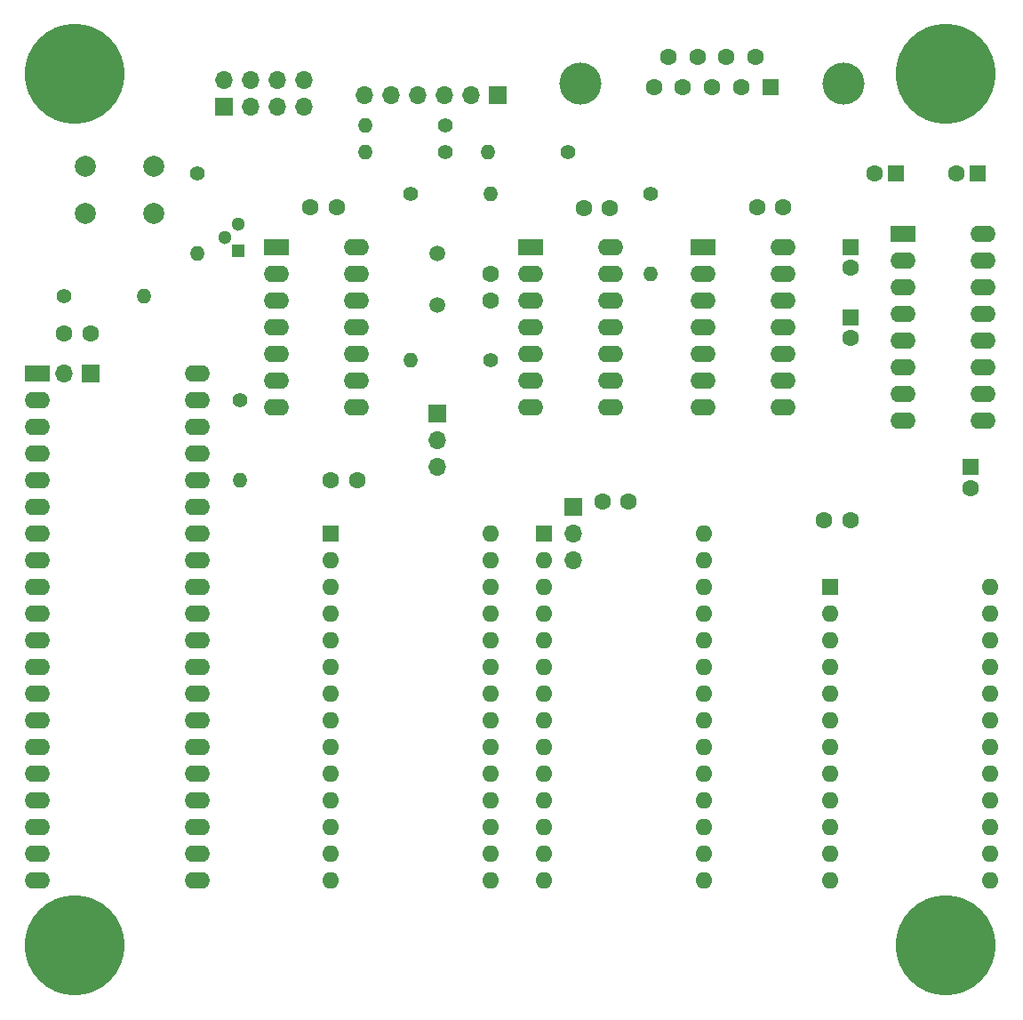
<source format=gts>
G04 #@! TF.GenerationSoftware,KiCad,Pcbnew,(6.0.1)*
G04 #@! TF.CreationDate,2022-09-12T06:01:25-04:00*
G04 #@! TF.ProjectId,SIMPLE-65C02,53494d50-4c45-42d3-9635-4330322e6b69,1*
G04 #@! TF.SameCoordinates,Original*
G04 #@! TF.FileFunction,Soldermask,Top*
G04 #@! TF.FilePolarity,Negative*
%FSLAX46Y46*%
G04 Gerber Fmt 4.6, Leading zero omitted, Abs format (unit mm)*
G04 Created by KiCad (PCBNEW (6.0.1)) date 2022-09-12 06:01:25*
%MOMM*%
%LPD*%
G01*
G04 APERTURE LIST*
%ADD10C,4.000000*%
%ADD11R,1.600000X1.600000*%
%ADD12C,1.600000*%
%ADD13R,2.400000X1.600000*%
%ADD14O,2.400000X1.600000*%
%ADD15C,1.400000*%
%ADD16O,1.400000X1.400000*%
%ADD17C,9.525000*%
%ADD18R,1.300000X1.300000*%
%ADD19C,1.300000*%
%ADD20R,1.700000X1.700000*%
%ADD21O,1.700000X1.700000*%
%ADD22O,1.600000X1.600000*%
%ADD23C,2.000000*%
%ADD24C,1.500000*%
G04 APERTURE END LIST*
D10*
X143245000Y-54940000D03*
X168245000Y-54940000D03*
D11*
X161285000Y-55240000D03*
D12*
X158515000Y-55240000D03*
X155745000Y-55240000D03*
X152975000Y-55240000D03*
X150205000Y-55240000D03*
X159900000Y-52400000D03*
X157130000Y-52400000D03*
X154360000Y-52400000D03*
X151590000Y-52400000D03*
D13*
X173975000Y-69225000D03*
D14*
X173975000Y-71765000D03*
X173975000Y-74305000D03*
X173975000Y-76845000D03*
X173975000Y-79385000D03*
X173975000Y-81925000D03*
X173975000Y-84465000D03*
X173975000Y-87005000D03*
X181595000Y-87005000D03*
X181595000Y-84465000D03*
X181595000Y-81925000D03*
X181595000Y-79385000D03*
X181595000Y-76845000D03*
X181595000Y-74305000D03*
X181595000Y-71765000D03*
X181595000Y-69225000D03*
D12*
X121920000Y-92710000D03*
X119420000Y-92710000D03*
D15*
X134620000Y-81280000D03*
D16*
X127000000Y-81280000D03*
D15*
X106680000Y-63500000D03*
D16*
X106680000Y-71120000D03*
D12*
X96520000Y-78740000D03*
X94020000Y-78740000D03*
D17*
X95000000Y-54000000D03*
D15*
X110744000Y-85090000D03*
D16*
X110744000Y-92710000D03*
D15*
X149860000Y-65400000D03*
D16*
X149860000Y-73020000D03*
D12*
X119995000Y-66675000D03*
X117495000Y-66675000D03*
D18*
X110596000Y-70866000D03*
D19*
X109326000Y-69596000D03*
X110596000Y-68326000D03*
D15*
X141986000Y-61468000D03*
D16*
X134366000Y-61468000D03*
D13*
X91460000Y-82555000D03*
D14*
X91460000Y-85095000D03*
X91460000Y-87635000D03*
X91460000Y-90175000D03*
X91460000Y-92715000D03*
X91460000Y-95255000D03*
X91460000Y-97795000D03*
X91460000Y-100335000D03*
X91460000Y-102875000D03*
X91460000Y-105415000D03*
X91460000Y-107955000D03*
X91460000Y-110495000D03*
X91460000Y-113035000D03*
X91460000Y-115575000D03*
X91460000Y-118115000D03*
X91460000Y-120655000D03*
X91460000Y-123195000D03*
X91460000Y-125735000D03*
X91460000Y-128275000D03*
X91460000Y-130815000D03*
X106700000Y-130815000D03*
X106700000Y-128275000D03*
X106700000Y-125735000D03*
X106700000Y-123195000D03*
X106700000Y-120655000D03*
X106700000Y-118115000D03*
X106700000Y-115575000D03*
X106700000Y-113035000D03*
X106700000Y-110495000D03*
X106700000Y-107955000D03*
X106700000Y-105415000D03*
X106700000Y-102875000D03*
X106700000Y-100335000D03*
X106700000Y-97795000D03*
X106700000Y-95255000D03*
X106700000Y-92715000D03*
X106700000Y-90175000D03*
X106700000Y-87635000D03*
X106700000Y-85095000D03*
X106700000Y-82555000D03*
D20*
X109230000Y-57155000D03*
D21*
X109230000Y-54615000D03*
X111770000Y-57155000D03*
X111770000Y-54615000D03*
X114310000Y-57155000D03*
X114310000Y-54615000D03*
X116850000Y-57155000D03*
X116850000Y-54615000D03*
D12*
X147808000Y-94742000D03*
X145308000Y-94742000D03*
D11*
X119375000Y-97800000D03*
D22*
X119375000Y-100340000D03*
X119375000Y-102880000D03*
X119375000Y-105420000D03*
X119375000Y-107960000D03*
X119375000Y-110500000D03*
X119375000Y-113040000D03*
X119375000Y-115580000D03*
X119375000Y-118120000D03*
X119375000Y-120660000D03*
X119375000Y-123200000D03*
X119375000Y-125740000D03*
X119375000Y-128280000D03*
X119375000Y-130820000D03*
X134615000Y-130820000D03*
X134615000Y-128280000D03*
X134615000Y-125740000D03*
X134615000Y-123200000D03*
X134615000Y-120660000D03*
X134615000Y-118120000D03*
X134615000Y-115580000D03*
X134615000Y-113040000D03*
X134615000Y-110500000D03*
X134615000Y-107960000D03*
X134615000Y-105420000D03*
X134615000Y-102880000D03*
X134615000Y-100340000D03*
X134615000Y-97800000D03*
D11*
X168910000Y-70480000D03*
D12*
X168910000Y-72480000D03*
X134620000Y-75560000D03*
X134620000Y-73060000D03*
D11*
X167000000Y-102865000D03*
D22*
X167000000Y-105405000D03*
X167000000Y-107945000D03*
X167000000Y-110485000D03*
X167000000Y-113025000D03*
X167000000Y-115565000D03*
X167000000Y-118105000D03*
X167000000Y-120645000D03*
X167000000Y-123185000D03*
X167000000Y-125725000D03*
X167000000Y-128265000D03*
X167000000Y-130805000D03*
X182240000Y-130805000D03*
X182240000Y-128265000D03*
X182240000Y-125725000D03*
X182240000Y-123185000D03*
X182240000Y-120645000D03*
X182240000Y-118105000D03*
X182240000Y-115565000D03*
X182240000Y-113025000D03*
X182240000Y-110485000D03*
X182240000Y-107945000D03*
X182240000Y-105405000D03*
X182240000Y-102865000D03*
D11*
X168910000Y-77149888D03*
D12*
X168910000Y-79149888D03*
X162540000Y-66675000D03*
X160040000Y-66675000D03*
D17*
X95000000Y-137000000D03*
D20*
X135350000Y-56000000D03*
D21*
X132810000Y-56000000D03*
X130270000Y-56000000D03*
X127730000Y-56000000D03*
X125190000Y-56000000D03*
X122650000Y-56000000D03*
D20*
X96520000Y-82550000D03*
D21*
X93980000Y-82550000D03*
D11*
X139695000Y-97800000D03*
D22*
X139695000Y-100340000D03*
X139695000Y-102880000D03*
X139695000Y-105420000D03*
X139695000Y-107960000D03*
X139695000Y-110500000D03*
X139695000Y-113040000D03*
X139695000Y-115580000D03*
X139695000Y-118120000D03*
X139695000Y-120660000D03*
X139695000Y-123200000D03*
X139695000Y-125740000D03*
X139695000Y-128280000D03*
X139695000Y-130820000D03*
X154935000Y-130820000D03*
X154935000Y-128280000D03*
X154935000Y-125740000D03*
X154935000Y-123200000D03*
X154935000Y-120660000D03*
X154935000Y-118120000D03*
X154935000Y-115580000D03*
X154935000Y-113040000D03*
X154935000Y-110500000D03*
X154935000Y-107960000D03*
X154935000Y-105420000D03*
X154935000Y-102880000D03*
X154935000Y-100340000D03*
X154935000Y-97800000D03*
D23*
X96064000Y-62774000D03*
X102564000Y-62774000D03*
X96064000Y-67274000D03*
X102564000Y-67274000D03*
D13*
X154920000Y-70475000D03*
D14*
X154920000Y-73015000D03*
X154920000Y-75555000D03*
X154920000Y-78095000D03*
X154920000Y-80635000D03*
X154920000Y-83175000D03*
X154920000Y-85715000D03*
X162540000Y-85715000D03*
X162540000Y-83175000D03*
X162540000Y-80635000D03*
X162540000Y-78095000D03*
X162540000Y-75555000D03*
X162540000Y-73015000D03*
X162540000Y-70475000D03*
D17*
X178000000Y-54000000D03*
D20*
X129540000Y-86360000D03*
D21*
X129540000Y-88900000D03*
X129540000Y-91440000D03*
D12*
X143530000Y-66802000D03*
X146030000Y-66802000D03*
D15*
X130302000Y-58928000D03*
D16*
X122682000Y-58928000D03*
D17*
X178000000Y-137000000D03*
D11*
X180340000Y-91440000D03*
D12*
X180340000Y-93440000D03*
D11*
X181041113Y-63500000D03*
D12*
X179041113Y-63500000D03*
D15*
X126995000Y-65400000D03*
D16*
X134615000Y-65400000D03*
D13*
X138425000Y-70480000D03*
D14*
X138425000Y-73020000D03*
X138425000Y-75560000D03*
X138425000Y-78100000D03*
X138425000Y-80640000D03*
X138425000Y-83180000D03*
X138425000Y-85720000D03*
X146045000Y-85720000D03*
X146045000Y-83180000D03*
X146045000Y-80640000D03*
X146045000Y-78100000D03*
X146045000Y-75560000D03*
X146045000Y-73020000D03*
X146045000Y-70480000D03*
D20*
X142494000Y-95250000D03*
D21*
X142494000Y-97790000D03*
X142494000Y-100330000D03*
D15*
X130302000Y-61468000D03*
D16*
X122682000Y-61468000D03*
D24*
X129540000Y-71120000D03*
X129540000Y-76000000D03*
D12*
X168905000Y-96460000D03*
X166405000Y-96460000D03*
D15*
X93980000Y-75184000D03*
D16*
X101600000Y-75184000D03*
D13*
X114280000Y-70475000D03*
D14*
X114280000Y-73015000D03*
X114280000Y-75555000D03*
X114280000Y-78095000D03*
X114280000Y-80635000D03*
X114280000Y-83175000D03*
X114280000Y-85715000D03*
X121900000Y-85715000D03*
X121900000Y-83175000D03*
X121900000Y-80635000D03*
X121900000Y-78095000D03*
X121900000Y-75555000D03*
X121900000Y-73015000D03*
X121900000Y-70475000D03*
D11*
X173260000Y-63500000D03*
D12*
X171260000Y-63500000D03*
M02*

</source>
